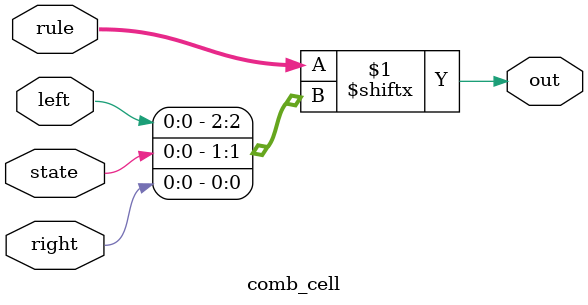
<source format=v>
module comb_cell (
  input wire [7:0] rule,

  input wire       left,
  input wire       state,
  input wire       right,

  output wire      out
);

  assign out = rule[{left,state,right}];

endmodule

</source>
